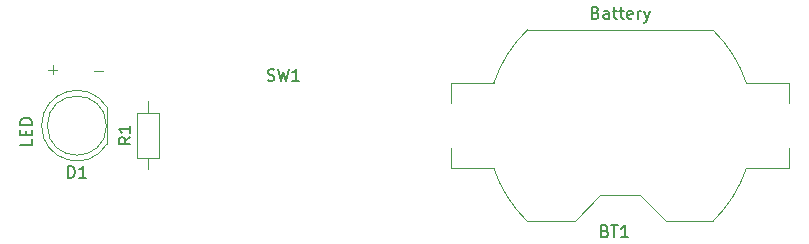
<source format=gbr>
%TF.GenerationSoftware,KiCad,Pcbnew,8.0.1*%
%TF.CreationDate,2024-08-08T16:42:16+02:00*%
%TF.ProjectId,LED torch,4c454420-746f-4726-9368-2e6b69636164,1*%
%TF.SameCoordinates,Original*%
%TF.FileFunction,Legend,Top*%
%TF.FilePolarity,Positive*%
%FSLAX46Y46*%
G04 Gerber Fmt 4.6, Leading zero omitted, Abs format (unit mm)*
G04 Created by KiCad (PCBNEW 8.0.1) date 2024-08-08 16:42:16*
%MOMM*%
%LPD*%
G01*
G04 APERTURE LIST*
%ADD10C,0.100000*%
%ADD11C,0.150000*%
%ADD12C,0.120000*%
G04 APERTURE END LIST*
D10*
X110590684Y-67766666D02*
X111352589Y-67766666D01*
X110971636Y-68147619D02*
X110971636Y-67385714D01*
X114476884Y-67893666D02*
X115238789Y-67893666D01*
D11*
X129166667Y-68657200D02*
X129309524Y-68704819D01*
X129309524Y-68704819D02*
X129547619Y-68704819D01*
X129547619Y-68704819D02*
X129642857Y-68657200D01*
X129642857Y-68657200D02*
X129690476Y-68609580D01*
X129690476Y-68609580D02*
X129738095Y-68514342D01*
X129738095Y-68514342D02*
X129738095Y-68419104D01*
X129738095Y-68419104D02*
X129690476Y-68323866D01*
X129690476Y-68323866D02*
X129642857Y-68276247D01*
X129642857Y-68276247D02*
X129547619Y-68228628D01*
X129547619Y-68228628D02*
X129357143Y-68181009D01*
X129357143Y-68181009D02*
X129261905Y-68133390D01*
X129261905Y-68133390D02*
X129214286Y-68085771D01*
X129214286Y-68085771D02*
X129166667Y-67990533D01*
X129166667Y-67990533D02*
X129166667Y-67895295D01*
X129166667Y-67895295D02*
X129214286Y-67800057D01*
X129214286Y-67800057D02*
X129261905Y-67752438D01*
X129261905Y-67752438D02*
X129357143Y-67704819D01*
X129357143Y-67704819D02*
X129595238Y-67704819D01*
X129595238Y-67704819D02*
X129738095Y-67752438D01*
X130071429Y-67704819D02*
X130309524Y-68704819D01*
X130309524Y-68704819D02*
X130500000Y-67990533D01*
X130500000Y-67990533D02*
X130690476Y-68704819D01*
X130690476Y-68704819D02*
X130928572Y-67704819D01*
X131833333Y-68704819D02*
X131261905Y-68704819D01*
X131547619Y-68704819D02*
X131547619Y-67704819D01*
X131547619Y-67704819D02*
X131452381Y-67847676D01*
X131452381Y-67847676D02*
X131357143Y-67942914D01*
X131357143Y-67942914D02*
X131261905Y-67990533D01*
X117534819Y-73476666D02*
X117058628Y-73809999D01*
X117534819Y-74048094D02*
X116534819Y-74048094D01*
X116534819Y-74048094D02*
X116534819Y-73667142D01*
X116534819Y-73667142D02*
X116582438Y-73571904D01*
X116582438Y-73571904D02*
X116630057Y-73524285D01*
X116630057Y-73524285D02*
X116725295Y-73476666D01*
X116725295Y-73476666D02*
X116868152Y-73476666D01*
X116868152Y-73476666D02*
X116963390Y-73524285D01*
X116963390Y-73524285D02*
X117011009Y-73571904D01*
X117011009Y-73571904D02*
X117058628Y-73667142D01*
X117058628Y-73667142D02*
X117058628Y-74048094D01*
X117534819Y-72524285D02*
X117534819Y-73095713D01*
X117534819Y-72809999D02*
X116534819Y-72809999D01*
X116534819Y-72809999D02*
X116677676Y-72905237D01*
X116677676Y-72905237D02*
X116772914Y-73000475D01*
X116772914Y-73000475D02*
X116820533Y-73095713D01*
X112266905Y-76914819D02*
X112266905Y-75914819D01*
X112266905Y-75914819D02*
X112505000Y-75914819D01*
X112505000Y-75914819D02*
X112647857Y-75962438D01*
X112647857Y-75962438D02*
X112743095Y-76057676D01*
X112743095Y-76057676D02*
X112790714Y-76152914D01*
X112790714Y-76152914D02*
X112838333Y-76343390D01*
X112838333Y-76343390D02*
X112838333Y-76486247D01*
X112838333Y-76486247D02*
X112790714Y-76676723D01*
X112790714Y-76676723D02*
X112743095Y-76771961D01*
X112743095Y-76771961D02*
X112647857Y-76867200D01*
X112647857Y-76867200D02*
X112505000Y-76914819D01*
X112505000Y-76914819D02*
X112266905Y-76914819D01*
X113790714Y-76914819D02*
X113219286Y-76914819D01*
X113505000Y-76914819D02*
X113505000Y-75914819D01*
X113505000Y-75914819D02*
X113409762Y-76057676D01*
X113409762Y-76057676D02*
X113314524Y-76152914D01*
X113314524Y-76152914D02*
X113219286Y-76200533D01*
X109204819Y-73642857D02*
X109204819Y-74119047D01*
X109204819Y-74119047D02*
X108204819Y-74119047D01*
X108681009Y-73309523D02*
X108681009Y-72976190D01*
X109204819Y-72833333D02*
X109204819Y-73309523D01*
X109204819Y-73309523D02*
X108204819Y-73309523D01*
X108204819Y-73309523D02*
X108204819Y-72833333D01*
X109204819Y-72404761D02*
X108204819Y-72404761D01*
X108204819Y-72404761D02*
X108204819Y-72166666D01*
X108204819Y-72166666D02*
X108252438Y-72023809D01*
X108252438Y-72023809D02*
X108347676Y-71928571D01*
X108347676Y-71928571D02*
X108442914Y-71880952D01*
X108442914Y-71880952D02*
X108633390Y-71833333D01*
X108633390Y-71833333D02*
X108776247Y-71833333D01*
X108776247Y-71833333D02*
X108966723Y-71880952D01*
X108966723Y-71880952D02*
X109061961Y-71928571D01*
X109061961Y-71928571D02*
X109157200Y-72023809D01*
X109157200Y-72023809D02*
X109204819Y-72166666D01*
X109204819Y-72166666D02*
X109204819Y-72404761D01*
X157714285Y-81431009D02*
X157857142Y-81478628D01*
X157857142Y-81478628D02*
X157904761Y-81526247D01*
X157904761Y-81526247D02*
X157952380Y-81621485D01*
X157952380Y-81621485D02*
X157952380Y-81764342D01*
X157952380Y-81764342D02*
X157904761Y-81859580D01*
X157904761Y-81859580D02*
X157857142Y-81907200D01*
X157857142Y-81907200D02*
X157761904Y-81954819D01*
X157761904Y-81954819D02*
X157380952Y-81954819D01*
X157380952Y-81954819D02*
X157380952Y-80954819D01*
X157380952Y-80954819D02*
X157714285Y-80954819D01*
X157714285Y-80954819D02*
X157809523Y-81002438D01*
X157809523Y-81002438D02*
X157857142Y-81050057D01*
X157857142Y-81050057D02*
X157904761Y-81145295D01*
X157904761Y-81145295D02*
X157904761Y-81240533D01*
X157904761Y-81240533D02*
X157857142Y-81335771D01*
X157857142Y-81335771D02*
X157809523Y-81383390D01*
X157809523Y-81383390D02*
X157714285Y-81431009D01*
X157714285Y-81431009D02*
X157380952Y-81431009D01*
X158238095Y-80954819D02*
X158809523Y-80954819D01*
X158523809Y-81954819D02*
X158523809Y-80954819D01*
X159666666Y-81954819D02*
X159095238Y-81954819D01*
X159380952Y-81954819D02*
X159380952Y-80954819D01*
X159380952Y-80954819D02*
X159285714Y-81097676D01*
X159285714Y-81097676D02*
X159190476Y-81192914D01*
X159190476Y-81192914D02*
X159095238Y-81240533D01*
X156928570Y-62931009D02*
X157071427Y-62978628D01*
X157071427Y-62978628D02*
X157119046Y-63026247D01*
X157119046Y-63026247D02*
X157166665Y-63121485D01*
X157166665Y-63121485D02*
X157166665Y-63264342D01*
X157166665Y-63264342D02*
X157119046Y-63359580D01*
X157119046Y-63359580D02*
X157071427Y-63407200D01*
X157071427Y-63407200D02*
X156976189Y-63454819D01*
X156976189Y-63454819D02*
X156595237Y-63454819D01*
X156595237Y-63454819D02*
X156595237Y-62454819D01*
X156595237Y-62454819D02*
X156928570Y-62454819D01*
X156928570Y-62454819D02*
X157023808Y-62502438D01*
X157023808Y-62502438D02*
X157071427Y-62550057D01*
X157071427Y-62550057D02*
X157119046Y-62645295D01*
X157119046Y-62645295D02*
X157119046Y-62740533D01*
X157119046Y-62740533D02*
X157071427Y-62835771D01*
X157071427Y-62835771D02*
X157023808Y-62883390D01*
X157023808Y-62883390D02*
X156928570Y-62931009D01*
X156928570Y-62931009D02*
X156595237Y-62931009D01*
X158023808Y-63454819D02*
X158023808Y-62931009D01*
X158023808Y-62931009D02*
X157976189Y-62835771D01*
X157976189Y-62835771D02*
X157880951Y-62788152D01*
X157880951Y-62788152D02*
X157690475Y-62788152D01*
X157690475Y-62788152D02*
X157595237Y-62835771D01*
X158023808Y-63407200D02*
X157928570Y-63454819D01*
X157928570Y-63454819D02*
X157690475Y-63454819D01*
X157690475Y-63454819D02*
X157595237Y-63407200D01*
X157595237Y-63407200D02*
X157547618Y-63311961D01*
X157547618Y-63311961D02*
X157547618Y-63216723D01*
X157547618Y-63216723D02*
X157595237Y-63121485D01*
X157595237Y-63121485D02*
X157690475Y-63073866D01*
X157690475Y-63073866D02*
X157928570Y-63073866D01*
X157928570Y-63073866D02*
X158023808Y-63026247D01*
X158357142Y-62788152D02*
X158738094Y-62788152D01*
X158499999Y-62454819D02*
X158499999Y-63311961D01*
X158499999Y-63311961D02*
X158547618Y-63407200D01*
X158547618Y-63407200D02*
X158642856Y-63454819D01*
X158642856Y-63454819D02*
X158738094Y-63454819D01*
X158928571Y-62788152D02*
X159309523Y-62788152D01*
X159071428Y-62454819D02*
X159071428Y-63311961D01*
X159071428Y-63311961D02*
X159119047Y-63407200D01*
X159119047Y-63407200D02*
X159214285Y-63454819D01*
X159214285Y-63454819D02*
X159309523Y-63454819D01*
X160023809Y-63407200D02*
X159928571Y-63454819D01*
X159928571Y-63454819D02*
X159738095Y-63454819D01*
X159738095Y-63454819D02*
X159642857Y-63407200D01*
X159642857Y-63407200D02*
X159595238Y-63311961D01*
X159595238Y-63311961D02*
X159595238Y-62931009D01*
X159595238Y-62931009D02*
X159642857Y-62835771D01*
X159642857Y-62835771D02*
X159738095Y-62788152D01*
X159738095Y-62788152D02*
X159928571Y-62788152D01*
X159928571Y-62788152D02*
X160023809Y-62835771D01*
X160023809Y-62835771D02*
X160071428Y-62931009D01*
X160071428Y-62931009D02*
X160071428Y-63026247D01*
X160071428Y-63026247D02*
X159595238Y-63121485D01*
X160500000Y-63454819D02*
X160500000Y-62788152D01*
X160500000Y-62978628D02*
X160547619Y-62883390D01*
X160547619Y-62883390D02*
X160595238Y-62835771D01*
X160595238Y-62835771D02*
X160690476Y-62788152D01*
X160690476Y-62788152D02*
X160785714Y-62788152D01*
X161023810Y-62788152D02*
X161261905Y-63454819D01*
X161500000Y-62788152D02*
X161261905Y-63454819D01*
X161261905Y-63454819D02*
X161166667Y-63692914D01*
X161166667Y-63692914D02*
X161119048Y-63740533D01*
X161119048Y-63740533D02*
X161023810Y-63788152D01*
D12*
%TO.C,R1*%
X119000000Y-70440000D02*
X119000000Y-71390000D01*
X119920000Y-71390000D02*
X118080000Y-71390000D01*
X118080000Y-71390000D02*
X118080000Y-75230000D01*
X119920000Y-75230000D02*
X119920000Y-71390000D01*
X118080000Y-75230000D02*
X119920000Y-75230000D01*
X119000000Y-76180000D02*
X119000000Y-75230000D01*
%TO.C,D1*%
X115565000Y-74045000D02*
X115565000Y-70955000D01*
X115564999Y-74044830D02*
G75*
G02*
X110015001Y-72499538I-2559999J1544830D01*
G01*
X110015000Y-72500462D02*
G75*
G02*
X115565000Y-70955170I2990000J462D01*
G01*
X115505000Y-72500000D02*
G75*
G02*
X110505000Y-72500000I-2500000J0D01*
G01*
X110505000Y-72500000D02*
G75*
G02*
X115505000Y-72500000I2500000J0D01*
G01*
%TO.C,BT1*%
X169692000Y-76110000D02*
G75*
G02*
X166845371Y-80611789I-10692020J3610012D01*
G01*
X166845371Y-64388211D02*
G75*
G02*
X169692000Y-68890000I-7845371J-8111789D01*
G01*
X151154629Y-80611789D02*
G75*
G02*
X148308000Y-76110000I7845366J8111785D01*
G01*
X148308001Y-68890000D02*
G75*
G02*
X151154629Y-64388211I10692019J-3610010D01*
G01*
X173310000Y-76110000D02*
X169692000Y-76110000D01*
X173310000Y-74400000D02*
X173310000Y-76110000D01*
X173310000Y-70600000D02*
X173310000Y-68890000D01*
X169692000Y-68890000D02*
X173310000Y-68890000D01*
X166847300Y-80610000D02*
X162860000Y-80610000D01*
X160660000Y-78410000D02*
X162860000Y-80610000D01*
X160660000Y-78410000D02*
X157340000Y-78410000D01*
X157340000Y-78410000D02*
X155140000Y-80610000D01*
X155140000Y-80610000D02*
X151152700Y-80610000D01*
X151152700Y-64390000D02*
X166847300Y-64390000D01*
X148308000Y-76110000D02*
X144690000Y-76110000D01*
X144690000Y-74400000D02*
X144690000Y-76110000D01*
X144690000Y-70600000D02*
X144690000Y-68890000D01*
X144690000Y-68890000D02*
X148308000Y-68890000D01*
%TD*%
M02*

</source>
